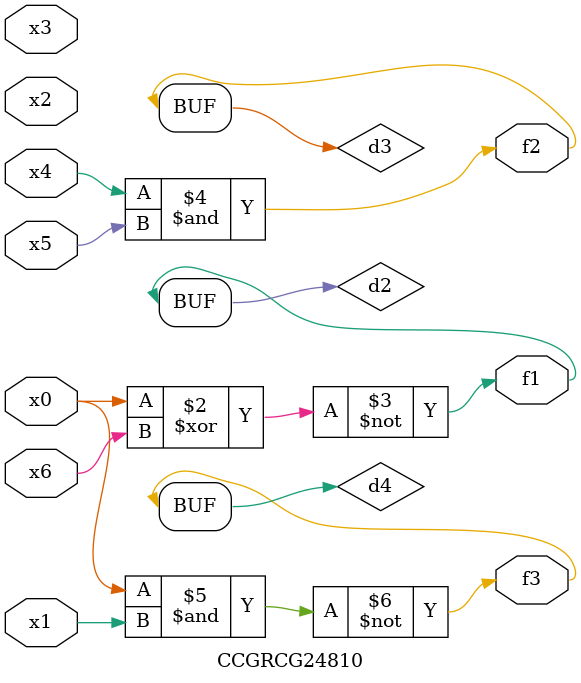
<source format=v>
module CCGRCG24810(
	input x0, x1, x2, x3, x4, x5, x6,
	output f1, f2, f3
);

	wire d1, d2, d3, d4;

	nor (d1, x0);
	xnor (d2, x0, x6);
	and (d3, x4, x5);
	nand (d4, x0, x1);
	assign f1 = d2;
	assign f2 = d3;
	assign f3 = d4;
endmodule

</source>
